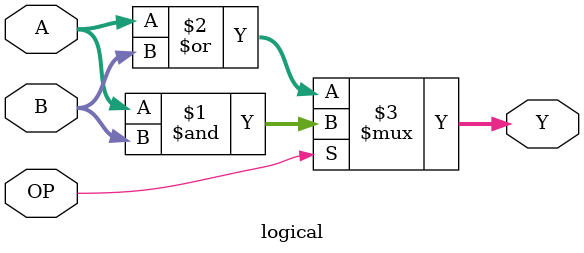
<source format=v>
module logical(A,B,OP,Y); // add all inputs and outputs inside parentheses

  // inputs
  input [7:0] A,B;
  input OP;
  
  // outputs
  output [7:0] Y;
  
  // reg and internal variable definitions
  
  // implement module here
  assign Y = OP ? A&B : A|B;
	
endmodule
</source>
